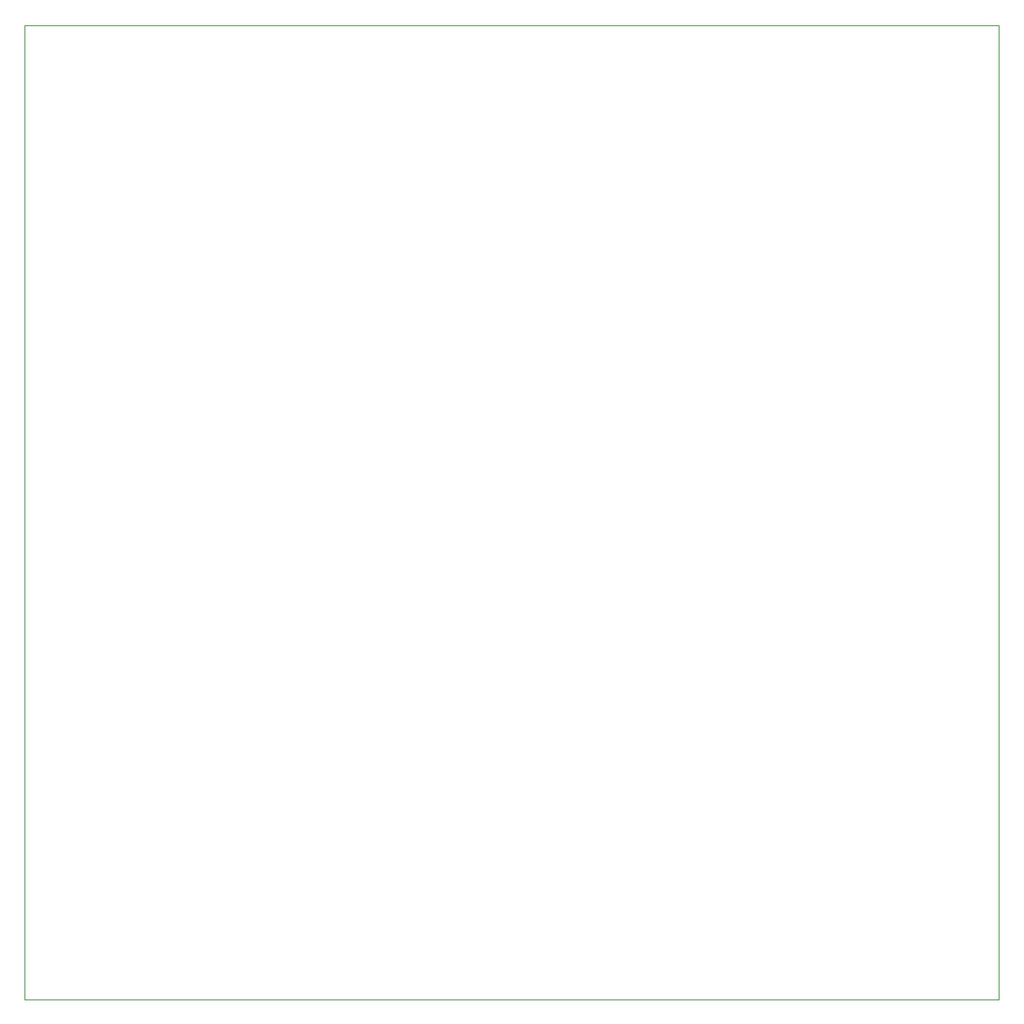
<source format=gm1>
G04 #@! TF.GenerationSoftware,KiCad,Pcbnew,(7.0.0)*
G04 #@! TF.CreationDate,2023-05-12T10:50:58+02:00*
G04 #@! TF.ProjectId,Cell_holder_board,43656c6c-5f68-46f6-9c64-65725f626f61,rev?*
G04 #@! TF.SameCoordinates,Original*
G04 #@! TF.FileFunction,Profile,NP*
%FSLAX46Y46*%
G04 Gerber Fmt 4.6, Leading zero omitted, Abs format (unit mm)*
G04 Created by KiCad (PCBNEW (7.0.0)) date 2023-05-12 10:50:58*
%MOMM*%
%LPD*%
G01*
G04 APERTURE LIST*
G04 #@! TA.AperFunction,Profile*
%ADD10C,0.100000*%
G04 #@! TD*
G04 APERTURE END LIST*
D10*
X51000000Y-59000000D02*
X152000000Y-59000000D01*
X152000000Y-59000000D02*
X152000000Y-160000000D01*
X152000000Y-160000000D02*
X51000000Y-160000000D01*
X51000000Y-160000000D02*
X51000000Y-59000000D01*
M02*

</source>
